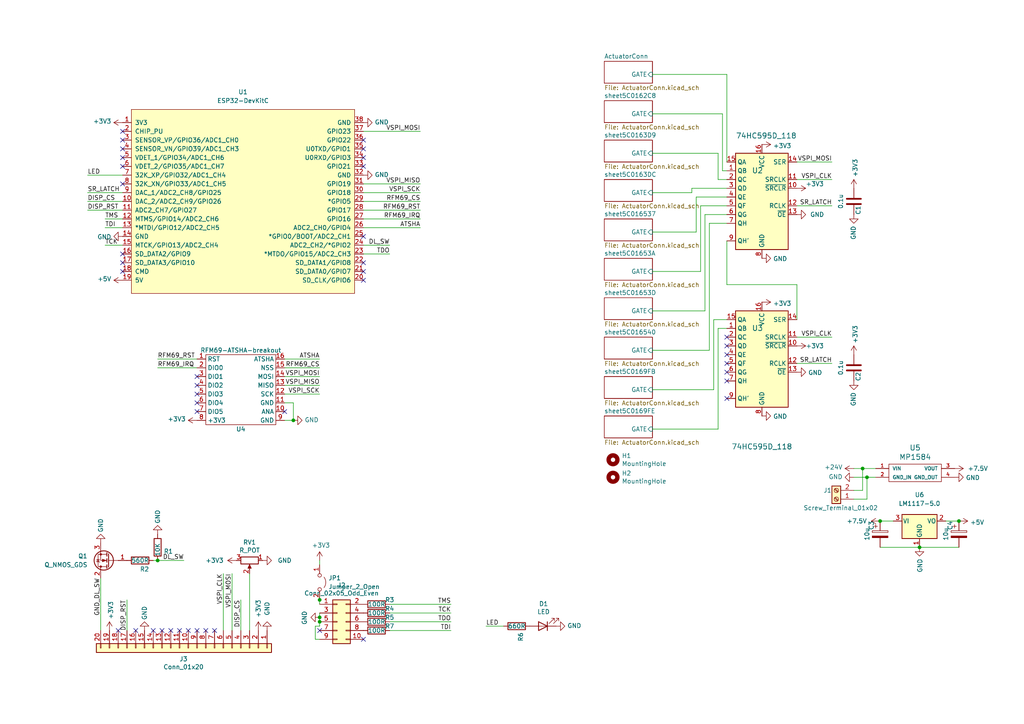
<source format=kicad_sch>
(kicad_sch (version 20211123) (generator eeschema)
  (paper "A4")
  (lib_symbols
    (symbol "74xx:74HC595"
      (property "Reference" "U" (at -7.62 13.97 0))
      (property "Value" "74HC595" (at -7.62 -16.51 0))
      (symbol "74HC595_1_0"
        (pin tri_state line (at 10.16 7.62 180) (length 2.54) (name "QB") (number "1"))
        (pin input line (at -10.16 2.54 0) (length 2.54) (name "~{SRCLR}") (number "10"))
        (pin input line (at -10.16 5.08 0) (length 2.54) (name "SRCLK") (number "11"))
        (pin input line (at -10.16 -2.54 0) (length 2.54) (name "RCLK") (number "12"))
        (pin input line (at -10.16 -5.08 0) (length 2.54) (name "~{OE}") (number "13"))
        (pin input line (at -10.16 10.16 0) (length 2.54) (name "SER") (number "14"))
        (pin tri_state line (at 10.16 10.16 180) (length 2.54) (name "QA") (number "15"))
        (pin power_in line (at 0 15.24 270) (length 2.54) (name "VCC") (number "16"))
        (pin tri_state line (at 10.16 5.08 180) (length 2.54) (name "QC") (number "2"))
        (pin tri_state line (at 10.16 2.54 180) (length 2.54) (name "QD") (number "3"))
        (pin tri_state line (at 10.16 0 180) (length 2.54) (name "QE") (number "4"))
        (pin tri_state line (at 10.16 -2.54 180) (length 2.54) (name "QF") (number "5"))
        (pin tri_state line (at 10.16 -5.08 180) (length 2.54) (name "QG") (number "6"))
        (pin tri_state line (at 10.16 -7.62 180) (length 2.54) (name "QH") (number "7"))
        (pin power_in line (at 0 -17.78 90) (length 2.54) (name "GND") (number "8"))
        (pin output line (at 10.16 -12.7 180) (length 2.54) (name "QH'") (number "9"))
      )
      (symbol "74HC595_1_1"
        (rectangle (start -7.62 12.7) (end 7.62 -15.24) (stroke (width 0.254)) (fill (type background)))
      )
    )
    (symbol "Connector:Screw_Terminal_01x02" (pin_names (offset 1.016) hide)
      (property "Reference" "J" (at 0 2.54 0))
      (property "Value" "Screw_Terminal_01x02" (at 0 -5.08 0))
      (symbol "Screw_Terminal_01x02_1_1"
        (rectangle (start -1.27 1.27) (end 1.27 -3.81) (stroke (width 0.254)) (fill (type background)))
        (circle (center 0 -2.54) (radius 0.635) (stroke (width 0.1524)))
        (polyline (pts (xy -0.5334 -2.2098) (xy 0.3302 -3.048)) (stroke (width 0.1524)))
        (polyline (pts (xy -0.5334 0.3302) (xy 0.3302 -0.508)) (stroke (width 0.1524)))
        (polyline (pts (xy -0.3556 -2.032) (xy 0.508 -2.8702)) (stroke (width 0.1524)))
        (polyline (pts (xy -0.3556 0.508) (xy 0.508 -0.3302)) (stroke (width 0.1524)))
        (circle (center 0 0) (radius 0.635) (stroke (width 0.1524)))
        (pin passive line (at -5.08 0 0) (length 3.81) (name "Pin_1") (number "1"))
        (pin passive line (at -5.08 -2.54 0) (length 3.81) (name "Pin_2") (number "2"))
      )
    )
    (symbol "Connector_Generic:Conn_01x20" (pin_names (offset 1.016) hide)
      (property "Reference" "J" (at 0 25.4 0))
      (property "Value" "Conn_01x20" (at 0 -27.94 0))
      (symbol "Conn_01x20_1_1"
        (rectangle (start -1.27 -25.273) (end 0 -25.527) (stroke (width 0.1524)))
        (rectangle (start -1.27 -22.733) (end 0 -22.987) (stroke (width 0.1524)))
        (rectangle (start -1.27 -20.193) (end 0 -20.447) (stroke (width 0.1524)))
        (rectangle (start -1.27 -17.653) (end 0 -17.907) (stroke (width 0.1524)))
        (rectangle (start -1.27 -15.113) (end 0 -15.367) (stroke (width 0.1524)))
        (rectangle (start -1.27 -12.573) (end 0 -12.827) (stroke (width 0.1524)))
        (rectangle (start -1.27 -10.033) (end 0 -10.287) (stroke (width 0.1524)))
        (rectangle (start -1.27 -7.493) (end 0 -7.747) (stroke (width 0.1524)))
        (rectangle (start -1.27 -4.953) (end 0 -5.207) (stroke (width 0.1524)))
        (rectangle (start -1.27 -2.413) (end 0 -2.667) (stroke (width 0.1524)))
        (rectangle (start -1.27 0.127) (end 0 -0.127) (stroke (width 0.1524)))
        (rectangle (start -1.27 2.667) (end 0 2.413) (stroke (width 0.1524)))
        (rectangle (start -1.27 5.207) (end 0 4.953) (stroke (width 0.1524)))
        (rectangle (start -1.27 7.747) (end 0 7.493) (stroke (width 0.1524)))
        (rectangle (start -1.27 10.287) (end 0 10.033) (stroke (width 0.1524)))
        (rectangle (start -1.27 12.827) (end 0 12.573) (stroke (width 0.1524)))
        (rectangle (start -1.27 15.367) (end 0 15.113) (stroke (width 0.1524)))
        (rectangle (start -1.27 17.907) (end 0 17.653) (stroke (width 0.1524)))
        (rectangle (start -1.27 20.447) (end 0 20.193) (stroke (width 0.1524)))
        (rectangle (start -1.27 22.987) (end 0 22.733) (stroke (width 0.1524)))
        (rectangle (start -1.27 24.13) (end 1.27 -26.67) (stroke (width 0.254)) (fill (type background)))
        (pin passive line (at -5.08 22.86 0) (length 3.81) (name "Pin_1") (number "1"))
        (pin passive line (at -5.08 0 0) (length 3.81) (name "Pin_10") (number "10"))
        (pin passive line (at -5.08 -2.54 0) (length 3.81) (name "Pin_11") (number "11"))
        (pin passive line (at -5.08 -5.08 0) (length 3.81) (name "Pin_12") (number "12"))
        (pin passive line (at -5.08 -7.62 0) (length 3.81) (name "Pin_13") (number "13"))
        (pin passive line (at -5.08 -10.16 0) (length 3.81) (name "Pin_14") (number "14"))
        (pin passive line (at -5.08 -12.7 0) (length 3.81) (name "Pin_15") (number "15"))
        (pin passive line (at -5.08 -15.24 0) (length 3.81) (name "Pin_16") (number "16"))
        (pin passive line (at -5.08 -17.78 0) (length 3.81) (name "Pin_17") (number "17"))
        (pin passive line (at -5.08 -20.32 0) (length 3.81) (name "Pin_18") (number "18"))
        (pin passive line (at -5.08 -22.86 0) (length 3.81) (name "Pin_19") (number "19"))
        (pin passive line (at -5.08 20.32 0) (length 3.81) (name "Pin_2") (number "2"))
        (pin passive line (at -5.08 -25.4 0) (length 3.81) (name "Pin_20") (number "20"))
        (pin passive line (at -5.08 17.78 0) (length 3.81) (name "Pin_3") (number "3"))
        (pin passive line (at -5.08 15.24 0) (length 3.81) (name "Pin_4") (number "4"))
        (pin passive line (at -5.08 12.7 0) (length 3.81) (name "Pin_5") (number "5"))
        (pin passive line (at -5.08 10.16 0) (length 3.81) (name "Pin_6") (number "6"))
        (pin passive line (at -5.08 7.62 0) (length 3.81) (name "Pin_7") (number "7"))
        (pin passive line (at -5.08 5.08 0) (length 3.81) (name "Pin_8") (number "8"))
        (pin passive line (at -5.08 2.54 0) (length 3.81) (name "Pin_9") (number "9"))
      )
    )
    (symbol "Connector_Generic:Conn_02x05_Odd_Even" (pin_names (offset 1.016) hide)
      (property "Reference" "J" (at 1.27 7.62 0))
      (property "Value" "Conn_02x05_Odd_Even" (at 1.27 -7.62 0))
      (symbol "Conn_02x05_Odd_Even_1_1"
        (rectangle (start -1.27 -4.953) (end 0 -5.207) (stroke (width 0.1524)))
        (rectangle (start -1.27 -2.413) (end 0 -2.667) (stroke (width 0.1524)))
        (rectangle (start -1.27 0.127) (end 0 -0.127) (stroke (width 0.1524)))
        (rectangle (start -1.27 2.667) (end 0 2.413) (stroke (width 0.1524)))
        (rectangle (start -1.27 5.207) (end 0 4.953) (stroke (width 0.1524)))
        (rectangle (start -1.27 6.35) (end 3.81 -6.35) (stroke (width 0.254)) (fill (type background)))
        (rectangle (start 3.81 -4.953) (end 2.54 -5.207) (stroke (width 0.1524)))
        (rectangle (start 3.81 -2.413) (end 2.54 -2.667) (stroke (width 0.1524)))
        (rectangle (start 3.81 0.127) (end 2.54 -0.127) (stroke (width 0.1524)))
        (rectangle (start 3.81 2.667) (end 2.54 2.413) (stroke (width 0.1524)))
        (rectangle (start 3.81 5.207) (end 2.54 4.953) (stroke (width 0.1524)))
        (pin passive line (at -5.08 5.08 0) (length 3.81) (name "Pin_1") (number "1"))
        (pin passive line (at 7.62 -5.08 180) (length 3.81) (name "Pin_10") (number "10"))
        (pin passive line (at 7.62 5.08 180) (length 3.81) (name "Pin_2") (number "2"))
        (pin passive line (at -5.08 2.54 0) (length 3.81) (name "Pin_3") (number "3"))
        (pin passive line (at 7.62 2.54 180) (length 3.81) (name "Pin_4") (number "4"))
        (pin passive line (at -5.08 0 0) (length 3.81) (name "Pin_5") (number "5"))
        (pin passive line (at 7.62 0 180) (length 3.81) (name "Pin_6") (number "6"))
        (pin passive line (at -5.08 -2.54 0) (length 3.81) (name "Pin_7") (number "7"))
        (pin passive line (at 7.62 -2.54 180) (length 3.81) (name "Pin_8") (number "8"))
        (pin passive line (at -5.08 -5.08 0) (length 3.81) (name "Pin_9") (number "9"))
      )
    )
    (symbol "Device:C" (pin_numbers hide) (pin_names (offset 0.254))
      (property "Reference" "C" (at 0.635 2.54 0))
      (property "Value" "C" (at 0.635 -2.54 0))
      (symbol "C_0_1"
        (polyline (pts (xy -2.032 -0.762) (xy 2.032 -0.762)) (stroke (width 0.508)))
        (polyline (pts (xy -2.032 0.762) (xy 2.032 0.762)) (stroke (width 0.508)))
      )
      (symbol "C_1_1"
        (pin passive line (at 0 3.81 270) (length 2.794) (name "~") (number "1"))
        (pin passive line (at 0 -3.81 90) (length 2.794) (name "~") (number "2"))
      )
    )
    (symbol "Device:C_Polarized" (pin_numbers hide) (pin_names (offset 0.254))
      (property "Reference" "C" (at 0.635 2.54 0))
      (property "Value" "C_Polarized" (at 0.635 -2.54 0))
      (symbol "C_Polarized_0_1"
        (rectangle (start -2.286 0.508) (end 2.286 1.016))
        (polyline (pts (xy -1.778 2.286) (xy -0.762 2.286)))
        (polyline (pts (xy -1.27 2.794) (xy -1.27 1.778)))
        (rectangle (start 2.286 -0.508) (end -2.286 -1.016) (fill (type outline)))
      )
      (symbol "C_Polarized_1_1"
        (pin passive line (at 0 3.81 270) (length 2.794) (name "~") (number "1"))
        (pin passive line (at 0 -3.81 90) (length 2.794) (name "~") (number "2"))
      )
    )
    (symbol "Device:LED" (pin_numbers hide) (pin_names (offset 1.016) hide)
      (property "Reference" "D" (at 0 2.54 0))
      (property "Value" "LED" (at 0 -2.54 0))
      (symbol "LED_0_1"
        (polyline (pts (xy -1.27 -1.27) (xy -1.27 1.27)) (stroke (width 0.254)))
        (polyline (pts (xy -1.27 0) (xy 1.27 0)))
        (polyline (pts (xy 1.27 -1.27) (xy 1.27 1.27) (xy -1.27 0) (xy 1.27 -1.27)) (stroke (width 0.254)))
        (polyline (pts (xy -3.048 -0.762) (xy -4.572 -2.286) (xy -3.81 -2.286) (xy -4.572 -2.286) (xy -4.572 -1.524)))
        (polyline (pts (xy -1.778 -0.762) (xy -3.302 -2.286) (xy -2.54 -2.286) (xy -3.302 -2.286) (xy -3.302 -1.524)))
      )
      (symbol "LED_1_1"
        (pin passive line (at -3.81 0 0) (length 2.54) (name "K") (number "1"))
        (pin passive line (at 3.81 0 180) (length 2.54) (name "A") (number "2"))
      )
    )
    (symbol "Device:Q_NMOS_GDS" (pin_names (offset 0) hide)
      (property "Reference" "Q" (at 5.08 1.27 0))
      (property "Value" "Q_NMOS_GDS" (at 5.08 -1.27 0))
      (symbol "Q_NMOS_GDS_0_1"
        (polyline (pts (xy 0.254 0) (xy -2.54 0)))
        (polyline (pts (xy 0.254 1.905) (xy 0.254 -1.905)) (stroke (width 0.254)))
        (polyline (pts (xy 0.762 -1.27) (xy 0.762 -2.286)) (stroke (width 0.254)))
        (polyline (pts (xy 0.762 0.508) (xy 0.762 -0.508)) (stroke (width 0.254)))
        (polyline (pts (xy 0.762 2.286) (xy 0.762 1.27)) (stroke (width 0.254)))
        (polyline (pts (xy 2.54 2.54) (xy 2.54 1.778)))
        (polyline (pts (xy 2.54 -2.54) (xy 2.54 0) (xy 0.762 0)))
        (polyline (pts (xy 0.762 -1.778) (xy 3.302 -1.778) (xy 3.302 1.778) (xy 0.762 1.778)))
        (polyline (pts (xy 1.016 0) (xy 2.032 0.381) (xy 2.032 -0.381) (xy 1.016 0)) (fill (type outline)))
        (polyline (pts (xy 2.794 0.508) (xy 2.921 0.381) (xy 3.683 0.381) (xy 3.81 0.254)))
        (polyline (pts (xy 3.302 0.381) (xy 2.921 -0.254) (xy 3.683 -0.254) (xy 3.302 0.381)))
        (circle (center 1.651 0) (radius 2.794) (stroke (width 0.254)))
        (circle (center 2.54 -1.778) (radius 0.254) (fill (type outline)))
        (circle (center 2.54 1.778) (radius 0.254) (fill (type outline)))
      )
      (symbol "Q_NMOS_GDS_1_1"
        (pin input line (at -5.08 0 0) (length 2.54) (name "G") (number "1"))
        (pin passive line (at 2.54 5.08 270) (length 2.54) (name "D") (number "2"))
        (pin passive line (at 2.54 -5.08 90) (length 2.54) (name "S") (number "3"))
      )
    )
    (symbol "Device:R" (pin_numbers hide) (pin_names (offset 0))
      (property "Reference" "R" (at 2.032 0 90))
      (property "Value" "R" (at 0 0 90))
      (symbol "R_0_1"
        (rectangle (start -1.016 -2.54) (end 1.016 2.54) (stroke (width 0.254)))
      )
      (symbol "R_1_1"
        (pin passive line (at 0 3.81 270) (length 1.27) (name "~") (number "1"))
        (pin passive line (at 0 -3.81 90) (length 1.27) (name "~") (number "2"))
      )
    )
    (symbol "Device:R_Potentiometer" (pin_names (offset 1.016) hide)
      (property "Reference" "RV" (at -4.445 0 90))
      (property "Value" "R_Potentiometer" (at -2.54 0 90))
      (symbol "R_Potentiometer_0_1"
        (polyline (pts (xy 2.54 0) (xy 1.524 0)))
        (polyline (pts (xy 1.143 0) (xy 2.286 0.508) (xy 2.286 -0.508) (xy 1.143 0)) (fill (type outline)))
        (rectangle (start 1.016 2.54) (end -1.016 -2.54) (stroke (width 0.254)))
      )
      (symbol "R_Potentiometer_1_1"
        (pin passive line (at 0 3.81 270) (length 1.27) (name "1") (number "1"))
        (pin passive line (at 3.81 0 180) (length 1.27) (name "2") (number "2"))
        (pin passive line (at 0 -3.81 90) (length 1.27) (name "3") (number "3"))
      )
    )
    (symbol "Espressif:ESP32-DevKitC" (pin_names (offset 1.016))
      (property "Reference" "U" (at -8.89 26.67 0))
      (property "Value" "ESP32-DevKitC" (at 0 -29.21 0))
      (symbol "ESP32-DevKitC_0_0"
        (pin power_in line (at -33.02 -11.43 0) (length 2.54) (name "GND") (number "14"))
        (pin power_in line (at -33.02 -24.13 0) (length 2.54) (name "5V") (number "19"))
      )
      (symbol "ESP32-DevKitC_0_1"
        (rectangle (start -30.48 25.4) (end 34.29 -27.94) (fill (type background)))
      )
      (symbol "ESP32-DevKitC_1_1"
        (pin power_in line (at -33.02 21.59 0) (length 2.54) (name "3V3") (number "1"))
        (pin bidirectional line (at -33.02 -1.27 0) (length 2.54) (name "DAC_2/ADC2_CH9/GPIO26") (number "10"))
        (pin bidirectional line (at -33.02 -3.81 0) (length 2.54) (name "ADC2_CH7/GPIO27") (number "11"))
        (pin bidirectional line (at -33.02 -6.35 0) (length 2.54) (name "MTMS/GPIO14/ADC2_CH6") (number "12"))
        (pin bidirectional line (at -33.02 -8.89 0) (length 2.54) (name "*MTDI/GPIO12/ADC2_CH5") (number "13"))
        (pin bidirectional line (at -33.02 -13.97 0) (length 2.54) (name "MTCK/GPIO13/ADC2_CH4") (number "15"))
        (pin bidirectional line (at -33.02 -16.51 0) (length 2.54) (name "SD_DATA2/GPIO9") (number "16"))
        (pin bidirectional line (at -33.02 -19.05 0) (length 2.54) (name "SD_DATA3/GPIO10") (number "17"))
        (pin bidirectional line (at -33.02 -21.59 0) (length 2.54) (name "CMD") (number "18"))
        (pin input line (at -33.02 19.05 0) (length 2.54) (name "CHIP_PU") (number "2"))
        (pin bidirectional line (at 36.83 -24.13 180) (length 2.54) (name "SD_CLK/GPIO6") (number "20"))
        (pin bidirectional line (at 36.83 -21.59 180) (length 2.54) (name "SD_DATA0/GPIO7") (number "21"))
        (pin bidirectional line (at 36.83 -19.05 180) (length 2.54) (name "SD_DATA1/GPIO8") (number "22"))
        (pin bidirectional line (at 36.83 -16.51 180) (length 2.54) (name "*MTDO/GPIO15/ADC2_CH3") (number "23"))
        (pin bidirectional line (at 36.83 -13.97 180) (length 2.54) (name "ADC2_CH2/*GPIO2") (number "24"))
        (pin bidirectional line (at 36.83 -11.43 180) (length 2.54) (name "*GPIO0/BOOT/ADC2_CH1") (number "25"))
        (pin bidirectional line (at 36.83 -8.89 180) (length 2.54) (name "ADC2_CH0/GPIO4") (number "26"))
        (pin bidirectional line (at 36.83 -6.35 180) (length 2.54) (name "GPIO16") (number "27"))
        (pin bidirectional line (at 36.83 -3.81 180) (length 2.54) (name "GPIO17") (number "28"))
        (pin bidirectional line (at 36.83 -1.27 180) (length 2.54) (name "*GPIO5") (number "29"))
        (pin input line (at -33.02 16.51 0) (length 2.54) (name "SENSOR_VP/GPIO36/ADC1_CH0") (number "3"))
        (pin bidirectional line (at 36.83 1.27 180) (length 2.54) (name "GPIO18") (number "30"))
        (pin bidirectional line (at 36.83 3.81 180) (length 2.54) (name "GPIO19") (number "31"))
        (pin power_in line (at 36.83 6.35 180) (length 2.54) (name "GND") (number "32"))
        (pin bidirectional line (at 36.83 8.89 180) (length 2.54) (name "GPIO21") (number "33"))
        (pin bidirectional line (at 36.83 11.43 180) (length 2.54) (name "U0RXD/GPIO3") (number "34"))
        (pin bidirectional line (at 36.83 13.97 180) (length 2.54) (name "U0TXD/GPIO1") (number "35"))
        (pin bidirectional line (at 36.83 16.51 180) (length 2.54) (name "GPIO22") (number "36"))
        (pin bidirectional line (at 36.83 19.05 180) (length 2.54) (name "GPIO23") (number "37"))
        (pin power_in line (at 36.83 21.59 180) (length 2.54) (name "GND") (number "38"))
        (pin input line (at -33.02 13.97 0) (length 2.54) (name "SENSOR_VN/GPIO39/ADC1_CH3") (number "4"))
        (pin input line (at -33.02 11.43 0) (length 2.54) (name "VDET_1/GPIO34/ADC1_CH6") (number "5"))
        (pin input line (at -33.02 8.89 0) (length 2.54) (name "VDET_2/GPIO35/ADC1_CH7") (number "6"))
        (pin bidirectional line (at -33.02 6.35 0) (length 2.54) (name "32K_XP/GPIO32/ADC1_CH4") (number "7"))
        (pin bidirectional line (at -33.02 3.81 0) (length 2.54) (name "32K_XN/GPIO33/ADC1_CH5") (number "8"))
        (pin bidirectional line (at -33.02 1.27 0) (length 2.54) (name "DAC_1/ADC2_CH8/GPIO25") (number "9"))
      )
    )
    (symbol "Jumper:Jumper_2_Open" (pin_names (offset 0) hide)
      (property "Reference" "JP" (at 0 2.794 0))
      (property "Value" "Jumper_2_Open" (at 0 -2.286 0))
      (symbol "Jumper_2_Open_0_0"
        (circle (center -2.032 0) (radius 0.508))
        (circle (center 2.032 0) (radius 0.508))
      )
      (symbol "Jumper_2_Open_0_1"
        (arc (start 1.524 1.27) (mid 0 1.778) (end -1.524 1.27))
      )
      (symbol "Jumper_2_Open_1_1"
        (pin passive line (at -5.08 0 0) (length 2.54) (name "A") (number "1"))
        (pin passive line (at 5.08 0 180) (length 2.54) (name "B") (number "2"))
      )
    )
    (symbol "Mechanical:MountingHole" (pin_names (offset 1.016))
      (property "Reference" "H" (at 0 5.08 0))
      (property "Value" "MountingHole" (at 0 3.175 0))
      (symbol "MountingHole_0_1"
        (circle (center 0 0) (radius 1.27) (stroke (width 1.27)))
      )
    )
    (symbol "RFM69-ATSHA-breakout:RFM69-ATSHA-breakout"
      (property "Reference" "U" (at 0 -7.62 0))
      (property "Value" "RFM69-ATSHA-breakout" (at 0 15.24 0))
      (symbol "RFM69-ATSHA-breakout_0_1"
        (rectangle (start -10.16 13.97) (end 10.16 -6.35))
      )
      (symbol "RFM69-ATSHA-breakout_1_1"
        (pin input line (at -12.7 12.7 0) (length 2.54) (name "RST") (number "1"))
        (pin output line (at 12.7 -2.54 180) (length 2.54) (name "ANA") (number "10"))
        (pin power_in line (at 12.7 0 180) (length 2.54) (name "GND") (number "11"))
        (pin bidirectional line (at 12.7 2.54 180) (length 2.54) (name "SCK") (number "12"))
        (pin bidirectional line (at 12.7 5.08 180) (length 2.54) (name "MISO") (number "13"))
        (pin bidirectional line (at 12.7 7.62 180) (length 2.54) (name "MOSI") (number "14"))
        (pin bidirectional line (at 12.7 10.16 180) (length 2.54) (name "NSS") (number "15"))
        (pin bidirectional line (at 12.7 12.7 180) (length 2.54) (name "ATSHA") (number "16"))
        (pin bidirectional line (at -12.7 10.16 0) (length 2.54) (name "DIO0") (number "2"))
        (pin bidirectional line (at -12.7 7.62 0) (length 2.54) (name "DIO1") (number "3"))
        (pin bidirectional line (at -12.7 5.08 0) (length 2.54) (name "DIO2") (number "4"))
        (pin bidirectional line (at -12.7 2.54 0) (length 2.54) (name "DIO3") (number "5"))
        (pin bidirectional line (at -12.7 0 0) (length 2.54) (name "DIO4") (number "6"))
        (pin bidirectional line (at -12.7 -2.54 0) (length 2.54) (name "DIO5") (number "7"))
        (pin power_in line (at -12.7 -5.08 0) (length 2.54) (name "+3V3") (number "8"))
        (pin power_in line (at 12.7 -5.08 180) (length 2.54) (name "GND") (number "9"))
      )
    )
    (symbol "Regulator_Linear:LM1117-5.0" (pin_names (offset 0.254))
      (property "Reference" "U" (at -3.81 3.175 0))
      (property "Value" "LM1117-5.0" (at 0 3.175 0))
      (symbol "LM1117-5.0_0_1"
        (rectangle (start -5.08 -5.08) (end 5.08 1.905) (stroke (width 0.254)) (fill (type background)))
      )
      (symbol "LM1117-5.0_1_1"
        (pin power_in line (at 0 -7.62 90) (length 2.54) (name "GND") (number "1"))
        (pin power_out line (at 7.62 0 180) (length 2.54) (name "VO") (number "2"))
        (pin power_in line (at -7.62 0 0) (length 2.54) (name "VI") (number "3"))
      )
    )
    (symbol "mp1584:MP1584" (pin_names (offset 1.016))
      (property "Reference" "U" (at 6.35 -3.81 0))
      (property "Value" "MP1584" (at -3.81 -3.81 0))
      (symbol "MP1584_0_1"
        (rectangle (start -7.62 2.54) (end 7.62 -2.54))
      )
      (symbol "MP1584_1_1"
        (pin power_in line (at -11.43 1.27 0) (length 3.81) (name "VIN") (number "1"))
        (pin power_out line (at -11.43 -1.27 0) (length 3.81) (name "GND_IN") (number "2"))
        (pin power_out line (at 11.43 1.27 180) (length 3.81) (name "VOUT") (number "3"))
        (pin power_in line (at 11.43 -1.27 180) (length 3.81) (name "GND_OUT") (number "4"))
      )
    )
    (symbol "power:+24V" (power) (pin_names (offset 0))
      (property "Value" "+24V" (at 0 3.556 0))
      (symbol "+24V_0_1"
        (polyline (pts (xy -0.762 1.27) (xy 0 2.54)))
        (polyline (pts (xy 0 0) (xy 0 2.54)))
        (polyline (pts (xy 0 2.54) (xy 0.762 1.27)))
      )
      (symbol "+24V_1_1"
        (pin power_in line (at 0 0 90) (length 0) hide (name "+24V") (number "1"))
      )
    )
    (symbol "power:+3.3V" (power) (pin_names (offset 0))
      (property "Value" "+3.3V" (at 0 3.556 0))
      (symbol "+3.3V_0_1"
        (polyline (pts (xy -0.762 1.27) (xy 0 2.54)))
        (polyline (pts (xy 0 0) (xy 0 2.54)))
        (polyline (pts (xy 0 2.54) (xy 0.762 1.27)))
      )
      (symbol "+3.3V_1_1"
        (pin power_in line (at 0 0 90) (length 0) hide (name "+3V3") (number "1"))
      )
    )
    (symbol "power:+5V" (power) (pin_names (offset 0))
      (property "Value" "+5V" (at 0 3.556 0))
      (symbol "+5V_0_1"
        (polyline (pts (xy -0.762 1.27) (xy 0 2.54)))
        (polyline (pts (xy 0 0) (xy 0 2.54)))
        (polyline (pts (xy 0 2.54) (xy 0.762 1.27)))
      )
      (symbol "+5V_1_1"
        (pin power_in line (at 0 0 90) (length 0) hide (name "+5V") (number "1"))
      )
    )
    (symbol "power:+7.5V" (power) (pin_names (offset 0))
      (property "Value" "+7.5V" (at 0 3.556 0))
      (symbol "+7.5V_0_1"
        (polyline (pts (xy -0.762 1.27) (xy 0 2.54)))
        (polyline (pts (xy 0 0) (xy 0 2.54)))
        (polyline (pts (xy 0 2.54) (xy 0.762 1.27)))
      )
      (symbol "+7.5V_1_1"
        (pin power_in line (at 0 0 90) (length 0) hide (name "+7.5V") (number "1"))
      )
    )
    (symbol "power:GND" (power) (pin_names (offset 0))
      (property "Value" "GND" (at 0 -3.81 0))
      (symbol "GND_0_1"
        (polyline (pts (xy 0 0) (xy 0 -1.27) (xy 1.27 -1.27) (xy 0 -2.54) (xy -1.27 -1.27) (xy 0 -1.27)))
      )
      (symbol "GND_1_1"
        (pin power_in line (at 0 0 270) (length 0) hide (name "GND") (number "1"))
      )
    )
  )
  (junction (at 92.71 173.99))
  (junction (at 92.71 179.07))
  (junction (at 92.71 180.34))
  (junction (at 250.19 135.89))
  (junction (at 255.27 151.13))
  (junction (at 45.72 162.56))
  (junction (at 251.46 138.43))
  (junction (at 85.09 121.92))
  (junction (at 278.13 151.13))
  (junction (at 266.7 158.75))
  (no_connect (at 210.82 110.49))
  (no_connect (at 105.41 185.42))
  (no_connect (at 210.82 105.41))
  (no_connect (at 210.82 107.95))
  (no_connect (at 49.53 182.88))
  (no_connect (at 92.71 182.88))
  (no_connect (at 39.37 182.88))
  (no_connect (at 210.82 102.87))
  (no_connect (at 210.82 115.57))
  (no_connect (at 35.56 45.72))
  (no_connect (at 35.56 43.18))
  (no_connect (at 35.56 38.1))
  (no_connect (at 35.56 48.26))
  (no_connect (at 35.56 78.74))
  (no_connect (at 35.56 73.66))
  (no_connect (at 35.56 40.64))
  (no_connect (at 35.56 76.2))
  (no_connect (at 105.41 78.74))
  (no_connect (at 105.41 76.2))
  (no_connect (at 105.41 81.28))
  (no_connect (at 105.41 68.58))
  (no_connect (at 105.41 43.18))
  (no_connect (at 105.41 40.64))
  (no_connect (at 105.41 45.72))
  (no_connect (at 105.41 48.26))
  (no_connect (at 35.56 53.34))
  (no_connect (at 46.99 182.88))
  (no_connect (at 210.82 97.79))
  (no_connect (at 34.29 182.88))
  (no_connect (at 54.61 182.88))
  (no_connect (at 44.45 182.88))
  (no_connect (at 62.23 182.88))
  (no_connect (at 59.69 182.88))
  (no_connect (at 52.07 182.88))
  (no_connect (at 210.82 100.33))
  (no_connect (at 57.15 119.38))
  (no_connect (at 57.15 116.84))
  (no_connect (at 57.15 111.76))
  (no_connect (at 57.15 109.22))
  (no_connect (at 57.15 114.3))
  (no_connect (at 82.55 119.38))
  (no_connect (at 57.15 182.88))
  (wire (pts (xy 82.55 109.22) (xy 92.71 109.22)))
  (wire (pts (xy 247.65 142.24) (xy 250.19 142.24)))
  (wire (pts (xy 208.28 124.46) (xy 208.28 95.25)))
  (wire (pts (xy 45.72 162.56) (xy 53.34 162.56)))
  (wire (pts (xy 44.45 162.56) (xy 45.72 162.56)))
  (wire (pts (xy 210.82 52.07) (xy 208.28 52.07)))
  (wire (pts (xy 201.93 57.15) (xy 201.93 67.31)))
  (wire (pts (xy 82.55 104.14) (xy 92.71 104.14)))
  (wire (pts (xy 72.39 166.37) (xy 72.39 182.88)))
  (wire (pts (xy 247.65 138.43) (xy 251.46 138.43)))
  (wire (pts (xy 105.41 55.88) (xy 121.92 55.88)))
  (wire (pts (xy 231.14 82.55) (xy 210.82 82.55)))
  (wire (pts (xy 113.03 175.26) (xy 130.81 175.26)))
  (wire (pts (xy 250.19 135.89) (xy 254 135.89)))
  (wire (pts (xy 30.48 66.04) (xy 35.56 66.04)))
  (wire (pts (xy 247.65 135.89) (xy 250.19 135.89)))
  (wire (pts (xy 231.14 59.69) (xy 241.3 59.69)))
  (wire (pts (xy 207.01 92.71) (xy 210.82 92.71)))
  (wire (pts (xy 69.85 173.99) (xy 69.85 182.88)))
  (wire (pts (xy 82.55 121.92) (xy 85.09 121.92)))
  (wire (pts (xy 189.23 101.6) (xy 205.74 101.6)))
  (wire (pts (xy 210.82 21.59) (xy 189.23 21.59)))
  (wire (pts (xy 209.55 49.53) (xy 209.55 33.02)))
  (wire (pts (xy 92.71 181.61) (xy 92.71 180.34)))
  (wire (pts (xy 85.09 116.84) (xy 85.09 121.92)))
  (wire (pts (xy 92.71 185.42) (xy 91.44 185.42)))
  (wire (pts (xy 105.41 58.42) (xy 121.92 58.42)))
  (wire (pts (xy 210.82 46.99) (xy 210.82 21.59)))
  (wire (pts (xy 25.4 58.42) (xy 35.56 58.42)))
  (wire (pts (xy 203.2 59.69) (xy 210.82 59.69)))
  (wire (pts (xy 92.71 162.56) (xy 92.71 163.83)))
  (wire (pts (xy 231.14 92.71) (xy 231.14 82.55)))
  (wire (pts (xy 82.55 111.76) (xy 92.71 111.76)))
  (wire (pts (xy 113.03 180.34) (xy 130.81 180.34)))
  (wire (pts (xy 25.4 50.8) (xy 35.56 50.8)))
  (wire (pts (xy 82.55 116.84) (xy 85.09 116.84)))
  (wire (pts (xy 251.46 144.78) (xy 251.46 138.43)))
  (wire (pts (xy 203.2 78.74) (xy 203.2 59.69)))
  (wire (pts (xy 105.41 60.96) (xy 121.92 60.96)))
  (wire (pts (xy 251.46 138.43) (xy 254 138.43)))
  (wire (pts (xy 67.31 166.37) (xy 67.31 182.88)))
  (wire (pts (xy 231.14 46.99) (xy 241.3 46.99)))
  (wire (pts (xy 105.41 63.5) (xy 121.92 63.5)))
  (wire (pts (xy 92.71 172.72) (xy 92.71 173.99)))
  (wire (pts (xy 91.44 185.42) (xy 91.44 181.61)))
  (wire (pts (xy 146.05 181.61) (xy 140.97 181.61)))
  (wire (pts (xy 231.14 105.41) (xy 241.3 105.41)))
  (wire (pts (xy 255.27 151.13) (xy 259.08 151.13)))
  (wire (pts (xy 274.32 151.13) (xy 278.13 151.13)))
  (wire (pts (xy 64.77 166.37) (xy 64.77 182.88)))
  (wire (pts (xy 92.71 180.34) (xy 92.71 179.07)))
  (wire (pts (xy 204.47 90.17) (xy 204.47 62.23)))
  (wire (pts (xy 105.41 71.12) (xy 113.03 71.12)))
  (wire (pts (xy 205.74 101.6) (xy 205.74 64.77)))
  (wire (pts (xy 189.23 78.74) (xy 203.2 78.74)))
  (wire (pts (xy 35.56 55.88) (xy 25.4 55.88)))
  (wire (pts (xy 200.66 54.61) (xy 200.66 55.88)))
  (wire (pts (xy 208.28 124.46) (xy 189.23 124.46)))
  (wire (pts (xy 113.03 177.8) (xy 130.81 177.8)))
  (wire (pts (xy 208.28 52.07) (xy 208.28 44.45)))
  (wire (pts (xy 57.15 104.14) (xy 45.72 104.14)))
  (wire (pts (xy 189.23 67.31) (xy 201.93 67.31)))
  (wire (pts (xy 92.71 173.99) (xy 92.71 175.26)))
  (wire (pts (xy 231.14 97.79) (xy 241.3 97.79)))
  (wire (pts (xy 29.21 167.64) (xy 29.21 182.88)))
  (wire (pts (xy 207.01 113.03) (xy 189.23 113.03)))
  (wire (pts (xy 82.55 114.3) (xy 92.71 114.3)))
  (wire (pts (xy 208.28 95.25) (xy 210.82 95.25)))
  (wire (pts (xy 30.48 63.5) (xy 35.56 63.5)))
  (wire (pts (xy 250.19 135.89) (xy 250.19 142.24)))
  (wire (pts (xy 208.28 44.45) (xy 189.23 44.45)))
  (wire (pts (xy 210.82 49.53) (xy 209.55 49.53)))
  (wire (pts (xy 105.41 66.04) (xy 121.92 66.04)))
  (wire (pts (xy 105.41 53.34) (xy 121.92 53.34)))
  (wire (pts (xy 266.7 158.75) (xy 255.27 158.75)))
  (wire (pts (xy 57.15 106.68) (xy 45.72 106.68)))
  (wire (pts (xy 247.65 144.78) (xy 251.46 144.78)))
  (wire (pts (xy 105.41 73.66) (xy 113.03 73.66)))
  (wire (pts (xy 210.82 54.61) (xy 200.66 54.61)))
  (wire (pts (xy 36.83 182.88) (xy 36.83 173.99)))
  (wire (pts (xy 209.55 33.02) (xy 189.23 33.02)))
  (wire (pts (xy 189.23 55.88) (xy 200.66 55.88)))
  (wire (pts (xy 278.13 158.75) (xy 266.7 158.75)))
  (wire (pts (xy 92.71 179.07) (xy 92.71 177.8)))
  (wire (pts (xy 207.01 113.03) (xy 207.01 92.71)))
  (wire (pts (xy 25.4 60.96) (xy 35.56 60.96)))
  (wire (pts (xy 105.41 38.1) (xy 121.92 38.1)))
  (wire (pts (xy 82.55 106.68) (xy 92.71 106.68)))
  (wire (pts (xy 91.44 181.61) (xy 92.71 181.61)))
  (wire (pts (xy 210.82 57.15) (xy 201.93 57.15)))
  (wire (pts (xy 113.03 182.88) (xy 130.81 182.88)))
  (wire (pts (xy 205.74 64.77) (xy 210.82 64.77)))
  (wire (pts (xy 210.82 69.85) (xy 210.82 82.55)))
  (wire (pts (xy 30.48 71.12) (xy 35.56 71.12)))
  (wire (pts (xy 231.14 52.07) (xy 241.3 52.07)))
  (wire (pts (xy 204.47 62.23) (xy 210.82 62.23)))
  (wire (pts (xy 189.23 90.17) (xy 204.47 90.17)))
  (label "TCK" (at 30.48 71.12 0))
  (label "VSPI_MOSI" (at 121.92 38.1 180))
  (label "RFM69_RST" (at 121.92 60.96 180))
  (label "DL_SW" (at 53.34 162.56 180))
  (label "VSPI_CLK" (at 241.3 97.79 180))
  (label "VSPI_CLK" (at 241.3 52.07 180))
  (label "LED" (at 140.97 181.61 0))
  (label "RFM69_RST" (at 45.72 104.14 0))
  (label "GND_DL_SW" (at 29.21 167.64 270))
  (label "TCK" (at 130.81 177.8 180))
  (label "DL_SW" (at 113.03 71.12 180))
  (label "SR_LATCH" (at 25.4 55.88 0))
  (label "SR_LATCH" (at 241.3 105.41 180))
  (label "DISP_RST" (at 36.83 173.99 270))
  (label "VSPI_MISO" (at 121.92 53.34 180))
  (label "DISP_RST" (at 25.4 60.96 0))
  (label "ATSHA" (at 92.71 104.14 180))
  (label "VSPI_MOSI" (at 67.31 166.37 270))
  (label "SR_LATCH" (at 241.3 59.69 180))
  (label "TDO" (at 113.03 73.66 180))
  (label "RFM69_CS" (at 121.92 58.42 180))
  (label "TMS" (at 30.48 63.5 0))
  (label "TMS" (at 130.81 175.26 180))
  (label "LED" (at 25.4 50.8 0))
  (label "TDI" (at 30.48 66.04 0))
  (label "VSPI_MOSI" (at 92.71 109.22 180))
  (label "TDO" (at 130.81 180.34 180))
  (label "VSPI_MOSI" (at 241.3 46.99 180))
  (label "RFM69_IRQ" (at 121.92 63.5 180))
  (label "VSPI_SCK" (at 121.92 55.88 180))
  (label "RFM69_IRQ" (at 45.72 106.68 0))
  (label "ATSHA" (at 121.92 66.04 180))
  (label "DISP_CS" (at 25.4 58.42 0))
  (label "TDI" (at 130.81 182.88 180))
  (label "VSPI_SCK" (at 92.71 114.3 180))
  (label "DISP_CS" (at 69.85 173.99 270))
  (label "RFM69_CS" (at 92.71 106.68 180))
  (label "VSPI_CLK" (at 64.77 166.37 270))
  (label "VSPI_MISO" (at 92.71 111.76 180))
  (symbol (lib_id "power:+3.3V") (at 92.71 162.56 0) (unit 1)
    (property "Reference" "#PWR031" (effects hide))
    (property "Value" "+3.3V" (at 93.091 158.1658 0))
  )
  (symbol (lib_id "Connector_Generic:Conn_02x05_Odd_Even") (at 97.79 180.34 0) (unit 1)
    (property "Reference" "J2" (at 99.06 169.7482 0))
    (property "Value" "Conn_02x05_Odd_Even" (at 99.06 172.0596 0))
    (property "Footprint" "Connector_IDC:IDC-Header_2x05_P2.54mm_Vertical" (effects hide))
  )
  (symbol (lib_id "power:GND") (at 92.71 179.07 270) (unit 1)
    (property "Reference" "#PWR032" (effects hide))
    (property "Value" "GND" (at 88.3158 179.197 0))
  )
  (symbol (lib_id "Device:R") (at 109.22 175.26 270) (unit 1)
    (property "Reference" "R3" (at 113.03 173.99 90))
    (property "Value" "100R" (at 109.22 175.26 90))
    (property "Footprint" "Resistor_SMD:R_0201_0603Metric" (effects hide))
  )
  (symbol (lib_id "Device:R") (at 109.22 177.8 270) (unit 1)
    (property "Reference" "R4" (at 113.03 176.53 90))
    (property "Value" "100R" (at 109.22 177.8 90))
    (property "Footprint" "Resistor_SMD:R_0201_0603Metric" (effects hide))
  )
  (symbol (lib_id "Device:R") (at 109.22 180.34 270) (unit 1)
    (property "Reference" "R5" (at 113.03 179.07 90))
    (property "Value" "100R" (at 109.22 180.34 90))
    (property "Footprint" "Resistor_SMD:R_0201_0603Metric" (effects hide))
  )
  (symbol (lib_id "Device:R") (at 109.22 182.88 270) (unit 1)
    (property "Reference" "R7" (at 113.03 181.61 90))
    (property "Value" "100R" (at 109.22 182.88 90))
    (property "Footprint" "Resistor_SMD:R_0201_0603Metric" (effects hide))
  )
  (symbol (lib_id "power:GND") (at 220.98 120.65 90) (mirror x) (unit 1)
    (property "Reference" "#PWR014" (effects hide))
    (property "Value" "GND" (at 224.2312 120.777 90) (effects (justify right)))
  )
  (symbol (lib_id "power:GND") (at 231.14 62.23 90) (mirror x) (unit 1)
    (property "Reference" "#PWR08" (effects hide))
    (property "Value" "GND" (at 234.95 62.23 90) (effects (justify right)))
  )
  (symbol (lib_id "power:GND") (at 220.98 74.93 90) (mirror x) (unit 1)
    (property "Reference" "#PWR015" (effects hide))
    (property "Value" "GND" (at 224.2312 75.057 90) (effects (justify right)))
  )
  (symbol (lib_id "power:GND") (at 231.14 107.95 90) (mirror x) (unit 1)
    (property "Reference" "#PWR010" (effects hide))
    (property "Value" "GND" (at 234.3912 108.077 90) (effects (justify right)))
  )
  (symbol (lib_id "power:+3.3V") (at 220.98 87.63 270) (unit 1)
    (property "Reference" "#PWR011" (effects hide))
    (property "Value" "+3.3V" (at 224.2312 88.011 90) (effects (justify left)))
  )
  (symbol (lib_id "mp1584:MP1584") (at 265.43 137.16 0) (unit 1)
    (property "Reference" "U5" (at 265.43 129.8702 0) (effects (font (size 1.524 1.524))))
    (property "Value" "MP1584" (at 265.43 132.5626 0) (effects (font (size 1.524 1.524))))
    (property "Footprint" "mp1584:MP1584" (effects hide))
  )
  (symbol (lib_id "power:+3.3V") (at 220.98 41.91 270) (unit 1)
    (property "Reference" "#PWR05" (effects hide))
    (property "Value" "+3.3V" (at 224.2312 42.291 90) (effects (justify left)))
  )
  (symbol (lib_id "power:+3.3V") (at 231.14 100.33 270) (unit 1)
    (property "Reference" "#PWR013" (effects hide))
    (property "Value" "+3.3V" (at 233.68 100.33 90) (effects (justify left)))
  )
  (symbol (lib_id "power:GND") (at 276.86 138.43 90) (mirror x) (unit 1)
    (property "Reference" "#PWR023" (effects hide))
    (property "Value" "GND" (at 280.1112 138.557 90) (effects (justify right)))
  )
  (symbol (lib_id "power:+3.3V") (at 231.14 54.61 270) (unit 1)
    (property "Reference" "#PWR07" (effects hide))
    (property "Value" "+3.3V" (at 233.68 53.34 90) (effects (justify left)))
  )
  (symbol (lib_id "power:GND") (at 247.65 138.43 270) (mirror x) (unit 1)
    (property "Reference" "#PWR022" (effects hide))
    (property "Value" "GND" (at 244.3988 138.303 90) (effects (justify right)))
  )
  (symbol (lib_id "power:+24V") (at 247.65 135.89 90) (unit 1)
    (property "Reference" "#PWR020" (effects hide))
    (property "Value" "+24V" (at 244.3988 135.509 90) (effects (justify left)))
  )
  (symbol (lib_id "Device:C_Polarized") (at 255.27 154.94 0) (unit 1)
    (property "Reference" "C3" (at 252.73 152.4 90))
    (property "Value" "10u" (at 251.46 154.94 90))
    (property "Footprint" "Capacitor_Tantalum_SMD:CP_EIA-3216-18_Kemet-A" (effects hide))
  )
  (symbol (lib_id "Device:C_Polarized") (at 278.13 154.94 0) (unit 1)
    (property "Reference" "C4" (at 275.59 152.4 90))
    (property "Value" "10u" (at 274.32 154.94 90))
    (property "Footprint" "Capacitor_Tantalum_SMD:CP_EIA-3216-18_Kemet-A" (effects hide))
  )
  (symbol (lib_id "power:+5V") (at 278.13 151.13 270) (unit 1)
    (property "Reference" "#PWR025" (effects hide))
    (property "Value" "+5V" (at 281.3812 151.511 90) (effects (justify left)))
  )
  (symbol (lib_id "power:+3.3V") (at 35.56 35.56 90) (unit 1)
    (property "Reference" "#PWR01" (effects hide))
    (property "Value" "+3.3V" (at 32.3088 35.179 90) (effects (justify left)))
  )
  (symbol (lib_id "power:GND") (at 266.7 158.75 0) (unit 1)
    (property "Reference" "#PWR028" (effects hide))
    (property "Value" "GND" (at 266.827 162.0012 90) (effects (justify right)))
  )
  (symbol (lib_id "Device:C") (at 247.65 58.42 180) (unit 1)
    (property "Reference" "C1" (at 248.92 60.96 90))
    (property "Value" "0.1u" (at 243.84 58.42 90))
    (property "Footprint" "Capacitor_SMD:C_1206_3216Metric" (effects hide))
  )
  (symbol (lib_id "power:+3.3V") (at 247.65 54.61 0) (unit 1)
    (property "Reference" "#PWR04" (effects hide))
    (property "Value" "+3.3V" (at 248.031 51.3588 90) (effects (justify left)))
  )
  (symbol (lib_id "power:GND") (at 247.65 62.23 0) (mirror y) (unit 1)
    (property "Reference" "#PWR03" (effects hide))
    (property "Value" "GND" (at 247.523 65.4812 90) (effects (justify right)))
  )
  (symbol (lib_id "Device:C") (at 247.65 106.68 180) (unit 1)
    (property "Reference" "C2" (at 248.92 109.22 90))
    (property "Value" "0.1u" (at 243.84 106.68 90))
    (property "Footprint" "Capacitor_SMD:C_1206_3216Metric" (effects hide))
  )
  (symbol (lib_id "power:+3.3V") (at 247.65 102.87 0) (unit 1)
    (property "Reference" "#PWR017" (effects hide))
    (property "Value" "+3.3V" (at 248.031 99.6188 90) (effects (justify left)))
  )
  (symbol (lib_id "power:GND") (at 247.65 110.49 0) (mirror y) (unit 1)
    (property "Reference" "#PWR016" (effects hide))
    (property "Value" "GND" (at 247.523 113.7412 90) (effects (justify right)))
  )
  (symbol (lib_id "power:GND") (at 77.47 182.88 180) (unit 1)
    (property "Reference" "#PWR037" (effects hide))
    (property "Value" "GND" (at 77.47 176.53 90))
  )
  (symbol (lib_id "power:+3.3V") (at 68.58 162.56 90) (unit 1)
    (property "Reference" "#PWR029" (effects hide))
    (property "Value" "+3.3V" (at 62.23 162.56 90))
  )
  (symbol (lib_id "Device:R_Potentiometer") (at 72.39 162.56 270) (unit 1)
    (property "Reference" "RV1" (at 72.39 157.3022 90))
    (property "Value" "R_POT" (at 72.39 159.6136 90))
    (property "Footprint" "Potentiometer_SMD:Potentiometer_Bourns_3269W_Vertical" (effects hide))
  )
  (symbol (lib_id "power:GND") (at 41.91 182.88 180) (unit 1)
    (property "Reference" "#PWR035" (effects hide))
    (property "Value" "GND" (at 41.91 177.8 90))
  )
  (symbol (lib_id "Mechanical:MountingHole") (at 177.8 138.43 0) (unit 1)
    (property "Reference" "H2" (at 180.34 137.2616 0) (effects (justify left)))
    (property "Value" "MountingHole" (at 180.34 139.573 0) (effects (justify left)))
    (property "Footprint" "parts:PCB_DINrail_holder" (effects hide))
  )
  (symbol (lib_id "Mechanical:MountingHole") (at 177.8 133.35 0) (unit 1)
    (property "Reference" "H1" (at 180.34 132.1816 0) (effects (justify left)))
    (property "Value" "MountingHole" (at 180.34 134.493 0) (effects (justify left)))
    (property "Footprint" "parts:PCB_DINrail_holder" (effects hide))
  )
  (symbol (lib_id "74xx:74HC595") (at 220.98 57.15 0) (mirror y) (unit 1)
    (property "Reference" "U2" (at 219.71 49.4538 0) (effects (font (size 1.524 1.524))))
    (property "Value" "74HC595D_118" (at 222.25 39.37 0) (effects (font (size 1.524 1.524))))
    (property "Footprint" "Package_SO:SOIC-16_3.9x9.9mm_P1.27mm" (effects hide))
    (property "Datasheet" "http://www.ti.com/lit/ds/symlink/sn74hc595.pdf" (effects hide))
    (property "Digi-Key_PN" "1727-2821-1-ND" (effects hide))
    (property "MPN" "74HC595D,118" (effects hide))
    (property "Category" "Integrated Circuits (ICs)" (effects hide))
    (property "Family" "Logic - Shift Registers" (effects hide))
    (property "DK_Datasheet_Link" "https://assets.nexperia.com/documents/data-sheet/74HC_HCT595.pdf" (effects hide))
    (property "DK_Detail_Page" "/product-detail/en/nexperia-usa-inc/74HC595D,118/1727-2821-1-ND/763394" (effects hide))
    (property "Description" "IC SHIFT REGISTER 8BIT 16SOIC" (effects hide))
    (property "Manufacturer" "Nexperia USA Inc." (effects hide))
    (property "Status" "Active" (effects hide))
  )
  (symbol (lib_id "74xx:74HC595") (at 220.98 102.87 0) (mirror y) (unit 1)
    (property "Reference" "U3" (at 219.71 95.1738 0) (effects (font (size 1.524 1.524))))
    (property "Value" "74HC595D_118" (at 220.98 129.54 0) (effects (font (size 1.524 1.524))))
    (property "Footprint" "Package_SO:SOIC-16_3.9x9.9mm_P1.27mm" (effects hide))
    (property "Datasheet" "http://www.ti.com/lit/ds/symlink/sn74hc595.pdf" (effects hide))
    (property "Digi-Key_PN" "1727-2821-1-ND" (effects hide))
    (property "MPN" "74HC595D,118" (effects hide))
    (property "Category" "Integrated Circuits (ICs)" (effects hide))
    (property "Family" "Logic - Shift Registers" (effects hide))
    (property "DK_Datasheet_Link" "https://assets.nexperia.com/documents/data-sheet/74HC_HCT595.pdf" (effects hide))
    (property "DK_Detail_Page" "/product-detail/en/nexperia-usa-inc/74HC595D,118/1727-2821-1-ND/763394" (effects hide))
    (property "Description" "IC SHIFT REGISTER 8BIT 16SOIC" (effects hide))
    (property "Manufacturer" "Nexperia USA Inc." (effects hide))
    (property "Status" "Active" (effects hide))
  )
  (symbol (lib_id "power:GND") (at 76.2 162.56 90) (unit 1)
    (property "Reference" "#PWR030" (effects hide))
    (property "Value" "GND" (at 82.55 162.56 90))
  )
  (symbol (lib_id "power:+3.3V") (at 74.93 182.88 0) (unit 1)
    (property "Reference" "#PWR036" (effects hide))
    (property "Value" "+3.3V" (at 74.93 176.53 90))
  )
  (symbol (lib_id "Connector_Generic:Conn_01x20") (at 54.61 187.96 270) (unit 1)
    (property "Reference" "J3" (at 53.2384 191.135 90))
    (property "Value" "Conn_01x20" (at 53.2384 193.4464 90))
    (property "Footprint" "parts:12864_LCD_128x64" (effects hide))
  )
  (symbol (lib_id "Device:LED") (at 157.48 181.61 180) (unit 1)
    (property "Reference" "D1" (at 157.6578 175.133 0))
    (property "Value" "LED" (at 157.6578 177.4444 0))
    (property "Footprint" "LED_SMD:LED_0603_1608Metric" (effects hide))
  )
  (symbol (lib_id "Device:R") (at 149.86 181.61 270) (unit 1)
    (property "Reference" "R6" (at 151.0284 183.388 0) (effects (justify left)))
    (property "Value" "660R" (at 147.32 181.61 90) (effects (justify left)))
    (property "Footprint" "Resistor_SMD:R_1206_3216Metric" (effects hide))
  )
  (symbol (lib_id "power:GND") (at 161.29 181.61 90) (unit 1)
    (property "Reference" "#PWR033" (effects hide))
    (property "Value" "GND" (at 164.5412 181.483 90) (effects (justify right)))
  )
  (symbol (lib_id "RFM69-ATSHA-breakout:RFM69-ATSHA-breakout") (at 69.85 116.84 0) (unit 1)
    (property "Reference" "U4" (at 69.85 124.46 0))
    (property "Value" "RFM69-ATSHA-breakout" (at 69.85 101.6 0))
    (property "Footprint" "RFM69HCW_ATSHA204A_Breakout:RFM69HCW_ATSHA204A_Breakout" (effects hide))
  )
  (symbol (lib_id "power:+5V") (at 35.56 81.28 90) (unit 1)
    (property "Reference" "#PWR012" (effects hide))
    (property "Value" "+5V" (at 32.3088 80.899 90) (effects (justify left)))
  )
  (symbol (lib_id "power:GND") (at 105.41 35.56 90) (unit 1)
    (property "Reference" "#PWR02" (effects hide))
    (property "Value" "GND" (at 108.6612 35.433 90) (effects (justify right)))
  )
  (symbol (lib_id "power:GND") (at 105.41 50.8 90) (unit 1)
    (property "Reference" "#PWR06" (effects hide))
    (property "Value" "GND" (at 108.6612 50.673 90) (effects (justify right)))
  )
  (symbol (lib_id "Jumper:Jumper_2_Open") (at 92.71 168.91 270) (unit 1)
    (property "Reference" "JP1" (at 95.25 167.6399 90) (effects (justify left)))
    (property "Value" "Jumper_2_Open" (at 95.25 170.1799 90) (effects (justify left)))
    (property "Footprint" "TestPoint:TestPoint_2Pads_Pitch2.54mm_Drill0.8mm" (effects hide))
  )
  (symbol (lib_id "power:GND") (at 45.72 154.94 0) (mirror x) (unit 1)
    (property "Reference" "#PWR026" (effects hide))
    (property "Value" "GND" (at 45.72 149.86 90))
  )
  (symbol (lib_id "power:+3.3V") (at 31.75 182.88 0) (unit 1)
    (property "Reference" "#PWR034" (effects hide))
    (property "Value" "+3.3V" (at 32.131 179.6288 90) (effects (justify left)))
  )
  (symbol (lib_id "power:+7.5V") (at 276.86 135.89 270) (unit 1)
    (property "Reference" "#PWR021" (effects hide))
    (property "Value" "+7.5V" (at 280.67 135.8899 90) (effects (justify left)))
  )
  (symbol (lib_id "power:+7.5V") (at 255.27 151.13 90) (unit 1)
    (property "Reference" "#PWR024" (effects hide))
    (property "Value" "+7.5V" (at 251.46 151.1299 90) (effects (justify left)))
  )
  (symbol (lib_id "Espressif:ESP32-DevKitC") (at 68.58 57.15 0) (unit 1)
    (property "Reference" "U1" (at 70.485 26.67 0))
    (property "Value" "ESP32-DevKitC" (at 70.485 29.21 0))
    (property "Footprint" "Espressif:ESP32-DevKitC" (effects hide))
    (property "Datasheet" "https://docs.espressif.com/projects/esp-idf/zh_CN/latest/esp32/hw-reference/esp32/get-started-devkitc.html" (effects hide))
  )
  (symbol (lib_id "Connector:Screw_Terminal_01x02") (at 242.57 144.78 180) (unit 1)
    (property "Reference" "J1" (at 240.03 142.24 0))
    (property "Value" "Screw_Terminal_01x02" (at 243.84 147.32 0))
    (property "Footprint" "TerminalBlock_Phoenix:TerminalBlock_Phoenix_MKDS-3-2-5.08_1x02_P5.08mm_Horizontal" (effects hide))
  )
  (symbol (lib_id "Regulator_Linear:LM1117-5.0") (at 266.7 151.13 0) (unit 1)
    (property "Reference" "U6" (at 266.7 143.51 0))
    (property "Value" "LM1117-5.0" (at 266.7 146.05 0))
    (property "Footprint" "Package_TO_SOT_SMD:SOT-223-3_TabPin2" (effects hide))
    (property "Datasheet" "http://www.ti.com/lit/ds/symlink/lm1117.pdf" (effects hide))
  )
  (symbol (lib_id "power:GND") (at 85.09 121.92 90) (unit 1)
    (property "Reference" "#PWR019" (effects hide))
    (property "Value" "GND" (at 88.3412 121.793 90) (effects (justify right)))
  )
  (symbol (lib_id "power:+3.3V") (at 57.15 121.92 90) (unit 1)
    (property "Reference" "#PWR018" (effects hide))
    (property "Value" "+3.3V" (at 53.8988 121.539 90) (effects (justify left)))
  )
  (symbol (lib_id "Device:R") (at 45.72 158.75 0) (mirror x) (unit 1)
    (property "Reference" "R1" (at 47.498 159.9184 0) (effects (justify left)))
    (property "Value" "10K" (at 45.72 157.48 90) (effects (justify left)))
    (property "Footprint" "Resistor_SMD:R_1206_3216Metric" (effects hide))
  )
  (symbol (lib_id "Device:R") (at 40.64 162.56 270) (unit 1)
    (property "Reference" "R2" (at 41.91 165.1 90))
    (property "Value" "560R" (at 40.64 162.56 90))
    (property "Footprint" "Resistor_SMD:R_1206_3216Metric" (effects hide))
  )
  (symbol (lib_id "power:GND") (at 35.56 68.58 270) (unit 1)
    (property "Reference" "#PWR09" (effects hide))
    (property "Value" "GND" (at 32.3088 68.707 90) (effects (justify right)))
  )
  (symbol (lib_id "power:GND") (at 29.21 157.48 180) (unit 1)
    (property "Reference" "#PWR027" (effects hide))
    (property "Value" "GND" (at 29.21 152.4 90))
  )
  (symbol (lib_id "Device:Q_NMOS_GDS") (at 31.75 162.56 180) (unit 1)
    (property "Reference" "Q1" (at 25.4 161.2899 0) (effects (justify left)))
    (property "Value" "Q_NMOS_GDS" (at 25.4 163.8299 0) (effects (justify left)))
    (property "Footprint" "Package_TO_SOT_THT:TO-220-3_Vertical" (effects hide))
  )
  (sheet (at 175.26 17.78) (size 13.97 6.35)
    (property "Sheet name" "ActuatorConn" (at 175.26 17.0684 0) (effects (justify left bottom)))
    (property "Sheet file" "ActuatorConn.kicad_sch" (at 175.26 24.7146 0) (effects (justify left top)))
    (pin "GATE" input (at 189.23 21.59 0))
  )
  (sheet (at 175.26 29.21) (size 13.97 6.35)
    (property "Sheet name" "sheet5C0162C8" (at 175.26 28.4984 0) (effects (justify left bottom)))
    (property "Sheet file" "ActuatorConn.kicad_sch" (at 175.26 36.1446 0) (effects (justify left top)))
    (pin "GATE" input (at 189.23 33.02 0))
  )
  (sheet (at 175.26 40.64) (size 13.97 6.35)
    (property "Sheet name" "sheet5C0163D9" (at 175.26 39.9284 0) (effects (justify left bottom)))
    (property "Sheet file" "ActuatorConn.kicad_sch" (at 175.26 47.5746 0) (effects (justify left top)))
    (pin "GATE" input (at 189.23 44.45 0))
  )
  (sheet (at 175.26 52.07) (size 13.97 6.35)
    (property "Sheet name" "sheet5C0163DC" (at 175.26 51.3584 0) (effects (justify left bottom)))
    (property "Sheet file" "ActuatorConn.kicad_sch" (at 175.26 59.0046 0) (effects (justify left top)))
    (pin "GATE" input (at 189.23 55.88 0))
  )
  (sheet (at 175.26 63.5) (size 13.97 6.35)
    (property "Sheet name" "sheet5C016537" (at 175.26 62.7884 0) (effects (justify left bottom)))
    (property "Sheet file" "ActuatorConn.kicad_sch" (at 175.26 70.4346 0) (effects (justify left top)))
    (pin "GATE" input (at 189.23 67.31 0))
  )
  (sheet (at 175.26 74.93) (size 13.97 6.35)
    (property "Sheet name" "sheet5C01653A" (at 175.26 74.2184 0) (effects (justify left bottom)))
    (property "Sheet file" "ActuatorConn.kicad_sch" (at 175.26 81.8646 0) (effects (justify left top)))
    (pin "GATE" input (at 189.23 78.74 0))
  )
  (sheet (at 175.26 86.36) (size 13.97 6.35)
    (property "Sheet name" "sheet5C01653D" (at 175.26 85.6484 0) (effects (justify left bottom)))
    (property "Sheet file" "ActuatorConn.kicad_sch" (at 175.26 93.2946 0) (effects (justify left top)))
    (pin "GATE" input (at 189.23 90.17 0))
  )
  (sheet (at 175.26 97.79) (size 13.97 6.35)
    (property "Sheet name" "sheet5C016540" (at 175.26 97.0784 0) (effects (justify left bottom)))
    (property "Sheet file" "ActuatorConn.kicad_sch" (at 175.26 104.7246 0) (effects (justify left top)))
    (pin "GATE" input (at 189.23 101.6 0))
  )
  (sheet (at 175.26 109.22) (size 13.97 6.35)
    (property "Sheet name" "sheet5C0169FB" (at 175.26 108.5084 0) (effects (justify left bottom)))
    (property "Sheet file" "ActuatorConn.kicad_sch" (at 175.26 116.1546 0) (effects (justify left top)))
    (pin "GATE" input (at 189.23 113.03 0))
  )
  (sheet (at 175.26 120.65) (size 13.97 6.35)
    (property "Sheet name" "sheet5C0169FE" (at 175.26 119.9384 0) (effects (justify left bottom)))
    (property "Sheet file" "ActuatorConn.kicad_sch" (at 175.26 127.5846 0) (effects (justify left top)))
    (pin "GATE" input (at 189.23 124.46 0))
  )
)
</source>
